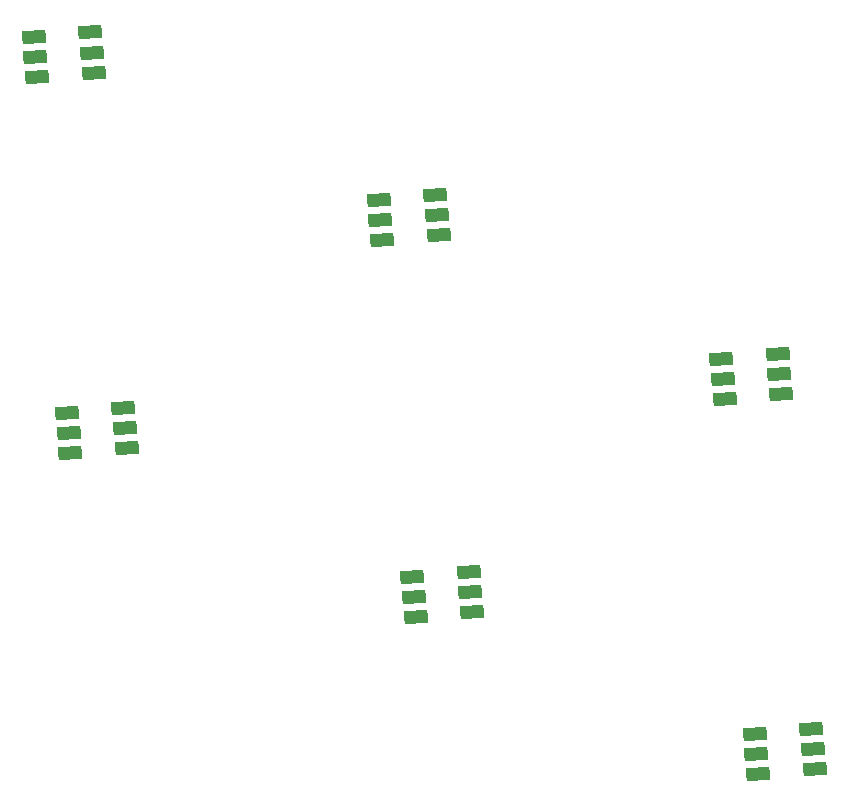
<source format=gbr>
%TF.GenerationSoftware,KiCad,Pcbnew,7.0.10-7.0.10~ubuntu22.04.1*%
%TF.CreationDate,2025-04-20T12:02:29+07:00*%
%TF.ProjectId,catan100,63617461-6e31-4303-902e-6b696361645f,rev?*%
%TF.SameCoordinates,Original*%
%TF.FileFunction,Paste,Top*%
%TF.FilePolarity,Positive*%
%FSLAX46Y46*%
G04 Gerber Fmt 4.6, Leading zero omitted, Abs format (unit mm)*
G04 Created by KiCad (PCBNEW 7.0.10-7.0.10~ubuntu22.04.1) date 2025-04-20 12:02:29*
%MOMM*%
%LPD*%
G01*
G04 APERTURE LIST*
G04 Aperture macros list*
%AMRotRect*
0 Rectangle, with rotation*
0 The origin of the aperture is its center*
0 $1 length*
0 $2 width*
0 $3 Rotation angle, in degrees counterclockwise*
0 Add horizontal line*
21,1,$1,$2,0,0,$3*%
G04 Aperture macros list end*
%ADD10RotRect,1.100000X2.000000X95.000000*%
G04 APERTURE END LIST*
D10*
%TO.C,D2*%
X190218265Y-62418348D03*
X190366430Y-64111879D03*
X190514594Y-65805410D03*
X195296329Y-65387062D03*
X195148164Y-63693531D03*
X195000000Y-62000000D03*
%TD*%
%TO.C,D6*%
X222060968Y-107618348D03*
X222209133Y-109311879D03*
X222357297Y-111005410D03*
X227139032Y-110587062D03*
X226990867Y-108893531D03*
X226842703Y-107200000D03*
%TD*%
%TO.C,D4*%
X163818265Y-80418348D03*
X163966430Y-82111879D03*
X164114594Y-83805410D03*
X168896329Y-83387062D03*
X168748164Y-81693531D03*
X168600000Y-80000000D03*
%TD*%
%TO.C,D1*%
X161018265Y-48618348D03*
X161166430Y-50311879D03*
X161314594Y-52005410D03*
X166096329Y-51587062D03*
X165948164Y-49893531D03*
X165800000Y-48200000D03*
%TD*%
%TO.C,D5*%
X193060968Y-94315643D03*
X193209133Y-96009174D03*
X193357297Y-97702705D03*
X198139032Y-97284357D03*
X197990867Y-95590826D03*
X197842703Y-93897295D03*
%TD*%
%TO.C,D3*%
X219218265Y-75818348D03*
X219366430Y-77511879D03*
X219514594Y-79205410D03*
X224296329Y-78787062D03*
X224148164Y-77093531D03*
X224000000Y-75400000D03*
%TD*%
M02*

</source>
